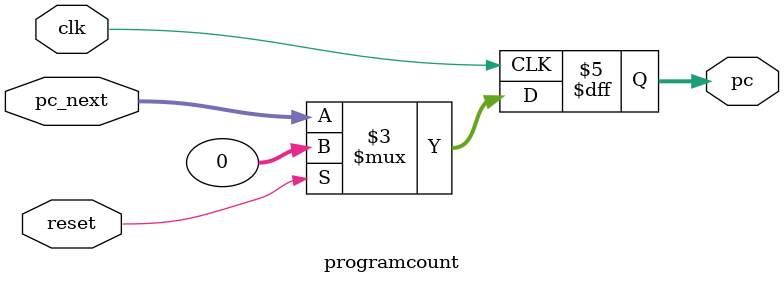
<source format=sv>
module programcount #(parameter N=32)(clk,reset,pc,pc_next);
  input logic [N-1:0]pc_next;
  input logic clk;
  input logic reset;
  output logic[N-1:0] pc;
  always_ff@(posedge clk)
    begin
      if(reset)
        pc<=0;
      else
        pc<=pc_next;
    end
endmodule

</source>
